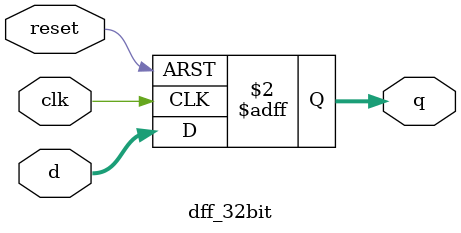
<source format=v>
module dff_32bit(
input clk,
input reset,
input [31:0] d,
output reg [31:0] q
);

always @(posedge clk or posedge reset) begin
if (reset) begin
q <= 0;
end else begin
q <= d;
end
end
endmodule
</source>
